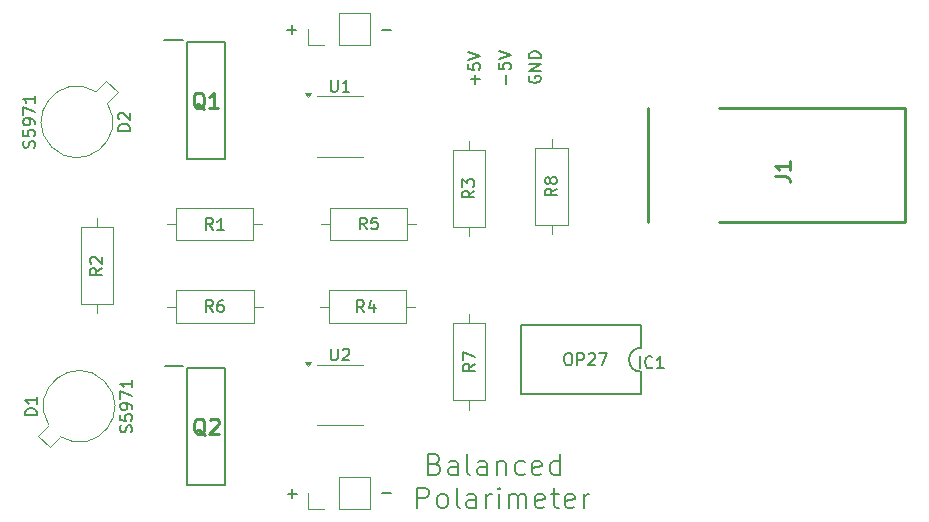
<source format=gbr>
%TF.GenerationSoftware,KiCad,Pcbnew,8.0.8*%
%TF.CreationDate,2025-02-27T22:51:06-05:00*%
%TF.ProjectId,Balanced Polarimeter,42616c61-6e63-4656-9420-506f6c617269,rev?*%
%TF.SameCoordinates,Original*%
%TF.FileFunction,Legend,Top*%
%TF.FilePolarity,Positive*%
%FSLAX46Y46*%
G04 Gerber Fmt 4.6, Leading zero omitted, Abs format (unit mm)*
G04 Created by KiCad (PCBNEW 8.0.8) date 2025-02-27 22:51:06*
%MOMM*%
%LPD*%
G01*
G04 APERTURE LIST*
%ADD10C,0.150000*%
%ADD11C,0.200000*%
%ADD12C,0.254000*%
%ADD13C,0.120000*%
%ADD14C,0.152400*%
G04 APERTURE END LIST*
D10*
X156119048Y-65073866D02*
X156880953Y-65073866D01*
X168615638Y-68986304D02*
X168568019Y-69081542D01*
X168568019Y-69081542D02*
X168568019Y-69224399D01*
X168568019Y-69224399D02*
X168615638Y-69367256D01*
X168615638Y-69367256D02*
X168710876Y-69462494D01*
X168710876Y-69462494D02*
X168806114Y-69510113D01*
X168806114Y-69510113D02*
X168996590Y-69557732D01*
X168996590Y-69557732D02*
X169139447Y-69557732D01*
X169139447Y-69557732D02*
X169329923Y-69510113D01*
X169329923Y-69510113D02*
X169425161Y-69462494D01*
X169425161Y-69462494D02*
X169520400Y-69367256D01*
X169520400Y-69367256D02*
X169568019Y-69224399D01*
X169568019Y-69224399D02*
X169568019Y-69129161D01*
X169568019Y-69129161D02*
X169520400Y-68986304D01*
X169520400Y-68986304D02*
X169472780Y-68938685D01*
X169472780Y-68938685D02*
X169139447Y-68938685D01*
X169139447Y-68938685D02*
X169139447Y-69129161D01*
X169568019Y-68510113D02*
X168568019Y-68510113D01*
X168568019Y-68510113D02*
X169568019Y-67938685D01*
X169568019Y-67938685D02*
X168568019Y-67938685D01*
X169568019Y-67462494D02*
X168568019Y-67462494D01*
X168568019Y-67462494D02*
X168568019Y-67224399D01*
X168568019Y-67224399D02*
X168615638Y-67081542D01*
X168615638Y-67081542D02*
X168710876Y-66986304D01*
X168710876Y-66986304D02*
X168806114Y-66938685D01*
X168806114Y-66938685D02*
X168996590Y-66891066D01*
X168996590Y-66891066D02*
X169139447Y-66891066D01*
X169139447Y-66891066D02*
X169329923Y-66938685D01*
X169329923Y-66938685D02*
X169425161Y-66986304D01*
X169425161Y-66986304D02*
X169520400Y-67081542D01*
X169520400Y-67081542D02*
X169568019Y-67224399D01*
X169568019Y-67224399D02*
X169568019Y-67462494D01*
D11*
X160627134Y-101832365D02*
X160877134Y-101915699D01*
X160877134Y-101915699D02*
X160960467Y-101999032D01*
X160960467Y-101999032D02*
X161043800Y-102165699D01*
X161043800Y-102165699D02*
X161043800Y-102415699D01*
X161043800Y-102415699D02*
X160960467Y-102582365D01*
X160960467Y-102582365D02*
X160877134Y-102665699D01*
X160877134Y-102665699D02*
X160710467Y-102749032D01*
X160710467Y-102749032D02*
X160043800Y-102749032D01*
X160043800Y-102749032D02*
X160043800Y-100999032D01*
X160043800Y-100999032D02*
X160627134Y-100999032D01*
X160627134Y-100999032D02*
X160793800Y-101082365D01*
X160793800Y-101082365D02*
X160877134Y-101165699D01*
X160877134Y-101165699D02*
X160960467Y-101332365D01*
X160960467Y-101332365D02*
X160960467Y-101499032D01*
X160960467Y-101499032D02*
X160877134Y-101665699D01*
X160877134Y-101665699D02*
X160793800Y-101749032D01*
X160793800Y-101749032D02*
X160627134Y-101832365D01*
X160627134Y-101832365D02*
X160043800Y-101832365D01*
X162543800Y-102749032D02*
X162543800Y-101832365D01*
X162543800Y-101832365D02*
X162460467Y-101665699D01*
X162460467Y-101665699D02*
X162293800Y-101582365D01*
X162293800Y-101582365D02*
X161960467Y-101582365D01*
X161960467Y-101582365D02*
X161793800Y-101665699D01*
X162543800Y-102665699D02*
X162377134Y-102749032D01*
X162377134Y-102749032D02*
X161960467Y-102749032D01*
X161960467Y-102749032D02*
X161793800Y-102665699D01*
X161793800Y-102665699D02*
X161710467Y-102499032D01*
X161710467Y-102499032D02*
X161710467Y-102332365D01*
X161710467Y-102332365D02*
X161793800Y-102165699D01*
X161793800Y-102165699D02*
X161960467Y-102082365D01*
X161960467Y-102082365D02*
X162377134Y-102082365D01*
X162377134Y-102082365D02*
X162543800Y-101999032D01*
X163627133Y-102749032D02*
X163460467Y-102665699D01*
X163460467Y-102665699D02*
X163377133Y-102499032D01*
X163377133Y-102499032D02*
X163377133Y-100999032D01*
X165043800Y-102749032D02*
X165043800Y-101832365D01*
X165043800Y-101832365D02*
X164960467Y-101665699D01*
X164960467Y-101665699D02*
X164793800Y-101582365D01*
X164793800Y-101582365D02*
X164460467Y-101582365D01*
X164460467Y-101582365D02*
X164293800Y-101665699D01*
X165043800Y-102665699D02*
X164877134Y-102749032D01*
X164877134Y-102749032D02*
X164460467Y-102749032D01*
X164460467Y-102749032D02*
X164293800Y-102665699D01*
X164293800Y-102665699D02*
X164210467Y-102499032D01*
X164210467Y-102499032D02*
X164210467Y-102332365D01*
X164210467Y-102332365D02*
X164293800Y-102165699D01*
X164293800Y-102165699D02*
X164460467Y-102082365D01*
X164460467Y-102082365D02*
X164877134Y-102082365D01*
X164877134Y-102082365D02*
X165043800Y-101999032D01*
X165877133Y-101582365D02*
X165877133Y-102749032D01*
X165877133Y-101749032D02*
X165960467Y-101665699D01*
X165960467Y-101665699D02*
X166127133Y-101582365D01*
X166127133Y-101582365D02*
X166377133Y-101582365D01*
X166377133Y-101582365D02*
X166543800Y-101665699D01*
X166543800Y-101665699D02*
X166627133Y-101832365D01*
X166627133Y-101832365D02*
X166627133Y-102749032D01*
X168210466Y-102665699D02*
X168043800Y-102749032D01*
X168043800Y-102749032D02*
X167710466Y-102749032D01*
X167710466Y-102749032D02*
X167543800Y-102665699D01*
X167543800Y-102665699D02*
X167460466Y-102582365D01*
X167460466Y-102582365D02*
X167377133Y-102415699D01*
X167377133Y-102415699D02*
X167377133Y-101915699D01*
X167377133Y-101915699D02*
X167460466Y-101749032D01*
X167460466Y-101749032D02*
X167543800Y-101665699D01*
X167543800Y-101665699D02*
X167710466Y-101582365D01*
X167710466Y-101582365D02*
X168043800Y-101582365D01*
X168043800Y-101582365D02*
X168210466Y-101665699D01*
X169627133Y-102665699D02*
X169460466Y-102749032D01*
X169460466Y-102749032D02*
X169127133Y-102749032D01*
X169127133Y-102749032D02*
X168960466Y-102665699D01*
X168960466Y-102665699D02*
X168877133Y-102499032D01*
X168877133Y-102499032D02*
X168877133Y-101832365D01*
X168877133Y-101832365D02*
X168960466Y-101665699D01*
X168960466Y-101665699D02*
X169127133Y-101582365D01*
X169127133Y-101582365D02*
X169460466Y-101582365D01*
X169460466Y-101582365D02*
X169627133Y-101665699D01*
X169627133Y-101665699D02*
X169710466Y-101832365D01*
X169710466Y-101832365D02*
X169710466Y-101999032D01*
X169710466Y-101999032D02*
X168877133Y-102165699D01*
X171210466Y-102749032D02*
X171210466Y-100999032D01*
X171210466Y-102665699D02*
X171043800Y-102749032D01*
X171043800Y-102749032D02*
X170710466Y-102749032D01*
X170710466Y-102749032D02*
X170543800Y-102665699D01*
X170543800Y-102665699D02*
X170460466Y-102582365D01*
X170460466Y-102582365D02*
X170377133Y-102415699D01*
X170377133Y-102415699D02*
X170377133Y-101915699D01*
X170377133Y-101915699D02*
X170460466Y-101749032D01*
X170460466Y-101749032D02*
X170543800Y-101665699D01*
X170543800Y-101665699D02*
X170710466Y-101582365D01*
X170710466Y-101582365D02*
X171043800Y-101582365D01*
X171043800Y-101582365D02*
X171210466Y-101665699D01*
X159127134Y-105566434D02*
X159127134Y-103816434D01*
X159127134Y-103816434D02*
X159793801Y-103816434D01*
X159793801Y-103816434D02*
X159960468Y-103899767D01*
X159960468Y-103899767D02*
X160043801Y-103983101D01*
X160043801Y-103983101D02*
X160127134Y-104149767D01*
X160127134Y-104149767D02*
X160127134Y-104399767D01*
X160127134Y-104399767D02*
X160043801Y-104566434D01*
X160043801Y-104566434D02*
X159960468Y-104649767D01*
X159960468Y-104649767D02*
X159793801Y-104733101D01*
X159793801Y-104733101D02*
X159127134Y-104733101D01*
X161127134Y-105566434D02*
X160960468Y-105483101D01*
X160960468Y-105483101D02*
X160877134Y-105399767D01*
X160877134Y-105399767D02*
X160793801Y-105233101D01*
X160793801Y-105233101D02*
X160793801Y-104733101D01*
X160793801Y-104733101D02*
X160877134Y-104566434D01*
X160877134Y-104566434D02*
X160960468Y-104483101D01*
X160960468Y-104483101D02*
X161127134Y-104399767D01*
X161127134Y-104399767D02*
X161377134Y-104399767D01*
X161377134Y-104399767D02*
X161543801Y-104483101D01*
X161543801Y-104483101D02*
X161627134Y-104566434D01*
X161627134Y-104566434D02*
X161710468Y-104733101D01*
X161710468Y-104733101D02*
X161710468Y-105233101D01*
X161710468Y-105233101D02*
X161627134Y-105399767D01*
X161627134Y-105399767D02*
X161543801Y-105483101D01*
X161543801Y-105483101D02*
X161377134Y-105566434D01*
X161377134Y-105566434D02*
X161127134Y-105566434D01*
X162710467Y-105566434D02*
X162543801Y-105483101D01*
X162543801Y-105483101D02*
X162460467Y-105316434D01*
X162460467Y-105316434D02*
X162460467Y-103816434D01*
X164127134Y-105566434D02*
X164127134Y-104649767D01*
X164127134Y-104649767D02*
X164043801Y-104483101D01*
X164043801Y-104483101D02*
X163877134Y-104399767D01*
X163877134Y-104399767D02*
X163543801Y-104399767D01*
X163543801Y-104399767D02*
X163377134Y-104483101D01*
X164127134Y-105483101D02*
X163960468Y-105566434D01*
X163960468Y-105566434D02*
X163543801Y-105566434D01*
X163543801Y-105566434D02*
X163377134Y-105483101D01*
X163377134Y-105483101D02*
X163293801Y-105316434D01*
X163293801Y-105316434D02*
X163293801Y-105149767D01*
X163293801Y-105149767D02*
X163377134Y-104983101D01*
X163377134Y-104983101D02*
X163543801Y-104899767D01*
X163543801Y-104899767D02*
X163960468Y-104899767D01*
X163960468Y-104899767D02*
X164127134Y-104816434D01*
X164960467Y-105566434D02*
X164960467Y-104399767D01*
X164960467Y-104733101D02*
X165043801Y-104566434D01*
X165043801Y-104566434D02*
X165127134Y-104483101D01*
X165127134Y-104483101D02*
X165293801Y-104399767D01*
X165293801Y-104399767D02*
X165460467Y-104399767D01*
X166043800Y-105566434D02*
X166043800Y-104399767D01*
X166043800Y-103816434D02*
X165960467Y-103899767D01*
X165960467Y-103899767D02*
X166043800Y-103983101D01*
X166043800Y-103983101D02*
X166127134Y-103899767D01*
X166127134Y-103899767D02*
X166043800Y-103816434D01*
X166043800Y-103816434D02*
X166043800Y-103983101D01*
X166877133Y-105566434D02*
X166877133Y-104399767D01*
X166877133Y-104566434D02*
X166960467Y-104483101D01*
X166960467Y-104483101D02*
X167127133Y-104399767D01*
X167127133Y-104399767D02*
X167377133Y-104399767D01*
X167377133Y-104399767D02*
X167543800Y-104483101D01*
X167543800Y-104483101D02*
X167627133Y-104649767D01*
X167627133Y-104649767D02*
X167627133Y-105566434D01*
X167627133Y-104649767D02*
X167710467Y-104483101D01*
X167710467Y-104483101D02*
X167877133Y-104399767D01*
X167877133Y-104399767D02*
X168127133Y-104399767D01*
X168127133Y-104399767D02*
X168293800Y-104483101D01*
X168293800Y-104483101D02*
X168377133Y-104649767D01*
X168377133Y-104649767D02*
X168377133Y-105566434D01*
X169877133Y-105483101D02*
X169710466Y-105566434D01*
X169710466Y-105566434D02*
X169377133Y-105566434D01*
X169377133Y-105566434D02*
X169210466Y-105483101D01*
X169210466Y-105483101D02*
X169127133Y-105316434D01*
X169127133Y-105316434D02*
X169127133Y-104649767D01*
X169127133Y-104649767D02*
X169210466Y-104483101D01*
X169210466Y-104483101D02*
X169377133Y-104399767D01*
X169377133Y-104399767D02*
X169710466Y-104399767D01*
X169710466Y-104399767D02*
X169877133Y-104483101D01*
X169877133Y-104483101D02*
X169960466Y-104649767D01*
X169960466Y-104649767D02*
X169960466Y-104816434D01*
X169960466Y-104816434D02*
X169127133Y-104983101D01*
X170460466Y-104399767D02*
X171127133Y-104399767D01*
X170710466Y-103816434D02*
X170710466Y-105316434D01*
X170710466Y-105316434D02*
X170793800Y-105483101D01*
X170793800Y-105483101D02*
X170960466Y-105566434D01*
X170960466Y-105566434D02*
X171127133Y-105566434D01*
X172377133Y-105483101D02*
X172210466Y-105566434D01*
X172210466Y-105566434D02*
X171877133Y-105566434D01*
X171877133Y-105566434D02*
X171710466Y-105483101D01*
X171710466Y-105483101D02*
X171627133Y-105316434D01*
X171627133Y-105316434D02*
X171627133Y-104649767D01*
X171627133Y-104649767D02*
X171710466Y-104483101D01*
X171710466Y-104483101D02*
X171877133Y-104399767D01*
X171877133Y-104399767D02*
X172210466Y-104399767D01*
X172210466Y-104399767D02*
X172377133Y-104483101D01*
X172377133Y-104483101D02*
X172460466Y-104649767D01*
X172460466Y-104649767D02*
X172460466Y-104816434D01*
X172460466Y-104816434D02*
X171627133Y-104983101D01*
X173210466Y-105566434D02*
X173210466Y-104399767D01*
X173210466Y-104733101D02*
X173293800Y-104566434D01*
X173293800Y-104566434D02*
X173377133Y-104483101D01*
X173377133Y-104483101D02*
X173543800Y-104399767D01*
X173543800Y-104399767D02*
X173710466Y-104399767D01*
D10*
X166647066Y-69611713D02*
X166647066Y-68849809D01*
X166028019Y-67897428D02*
X166028019Y-68373618D01*
X166028019Y-68373618D02*
X166504209Y-68421237D01*
X166504209Y-68421237D02*
X166456590Y-68373618D01*
X166456590Y-68373618D02*
X166408971Y-68278380D01*
X166408971Y-68278380D02*
X166408971Y-68040285D01*
X166408971Y-68040285D02*
X166456590Y-67945047D01*
X166456590Y-67945047D02*
X166504209Y-67897428D01*
X166504209Y-67897428D02*
X166599447Y-67849809D01*
X166599447Y-67849809D02*
X166837542Y-67849809D01*
X166837542Y-67849809D02*
X166932780Y-67897428D01*
X166932780Y-67897428D02*
X166980400Y-67945047D01*
X166980400Y-67945047D02*
X167028019Y-68040285D01*
X167028019Y-68040285D02*
X167028019Y-68278380D01*
X167028019Y-68278380D02*
X166980400Y-68373618D01*
X166980400Y-68373618D02*
X166932780Y-68421237D01*
X166028019Y-67564094D02*
X167028019Y-67230761D01*
X167028019Y-67230761D02*
X166028019Y-66897428D01*
X148183648Y-104340866D02*
X148945553Y-104340866D01*
X148564600Y-104721819D02*
X148564600Y-103959914D01*
X164056266Y-69637113D02*
X164056266Y-68875209D01*
X164437219Y-69256161D02*
X163675314Y-69256161D01*
X163437219Y-67922828D02*
X163437219Y-68399018D01*
X163437219Y-68399018D02*
X163913409Y-68446637D01*
X163913409Y-68446637D02*
X163865790Y-68399018D01*
X163865790Y-68399018D02*
X163818171Y-68303780D01*
X163818171Y-68303780D02*
X163818171Y-68065685D01*
X163818171Y-68065685D02*
X163865790Y-67970447D01*
X163865790Y-67970447D02*
X163913409Y-67922828D01*
X163913409Y-67922828D02*
X164008647Y-67875209D01*
X164008647Y-67875209D02*
X164246742Y-67875209D01*
X164246742Y-67875209D02*
X164341980Y-67922828D01*
X164341980Y-67922828D02*
X164389600Y-67970447D01*
X164389600Y-67970447D02*
X164437219Y-68065685D01*
X164437219Y-68065685D02*
X164437219Y-68303780D01*
X164437219Y-68303780D02*
X164389600Y-68399018D01*
X164389600Y-68399018D02*
X164341980Y-68446637D01*
X163437219Y-67589494D02*
X164437219Y-67256161D01*
X164437219Y-67256161D02*
X163437219Y-66922828D01*
X156159248Y-104290066D02*
X156921153Y-104290066D01*
X148119048Y-65073866D02*
X148880953Y-65073866D01*
X148500000Y-65454819D02*
X148500000Y-64692914D01*
X170965019Y-78500266D02*
X170488828Y-78833599D01*
X170965019Y-79071694D02*
X169965019Y-79071694D01*
X169965019Y-79071694D02*
X169965019Y-78690742D01*
X169965019Y-78690742D02*
X170012638Y-78595504D01*
X170012638Y-78595504D02*
X170060257Y-78547885D01*
X170060257Y-78547885D02*
X170155495Y-78500266D01*
X170155495Y-78500266D02*
X170298352Y-78500266D01*
X170298352Y-78500266D02*
X170393590Y-78547885D01*
X170393590Y-78547885D02*
X170441209Y-78595504D01*
X170441209Y-78595504D02*
X170488828Y-78690742D01*
X170488828Y-78690742D02*
X170488828Y-79071694D01*
X170393590Y-77928837D02*
X170345971Y-78024075D01*
X170345971Y-78024075D02*
X170298352Y-78071694D01*
X170298352Y-78071694D02*
X170203114Y-78119313D01*
X170203114Y-78119313D02*
X170155495Y-78119313D01*
X170155495Y-78119313D02*
X170060257Y-78071694D01*
X170060257Y-78071694D02*
X170012638Y-78024075D01*
X170012638Y-78024075D02*
X169965019Y-77928837D01*
X169965019Y-77928837D02*
X169965019Y-77738361D01*
X169965019Y-77738361D02*
X170012638Y-77643123D01*
X170012638Y-77643123D02*
X170060257Y-77595504D01*
X170060257Y-77595504D02*
X170155495Y-77547885D01*
X170155495Y-77547885D02*
X170203114Y-77547885D01*
X170203114Y-77547885D02*
X170298352Y-77595504D01*
X170298352Y-77595504D02*
X170345971Y-77643123D01*
X170345971Y-77643123D02*
X170393590Y-77738361D01*
X170393590Y-77738361D02*
X170393590Y-77928837D01*
X170393590Y-77928837D02*
X170441209Y-78024075D01*
X170441209Y-78024075D02*
X170488828Y-78071694D01*
X170488828Y-78071694D02*
X170584066Y-78119313D01*
X170584066Y-78119313D02*
X170774542Y-78119313D01*
X170774542Y-78119313D02*
X170869780Y-78071694D01*
X170869780Y-78071694D02*
X170917400Y-78024075D01*
X170917400Y-78024075D02*
X170965019Y-77928837D01*
X170965019Y-77928837D02*
X170965019Y-77738361D01*
X170965019Y-77738361D02*
X170917400Y-77643123D01*
X170917400Y-77643123D02*
X170869780Y-77595504D01*
X170869780Y-77595504D02*
X170774542Y-77547885D01*
X170774542Y-77547885D02*
X170584066Y-77547885D01*
X170584066Y-77547885D02*
X170488828Y-77595504D01*
X170488828Y-77595504D02*
X170441209Y-77643123D01*
X170441209Y-77643123D02*
X170393590Y-77738361D01*
X163954619Y-78678066D02*
X163478428Y-79011399D01*
X163954619Y-79249494D02*
X162954619Y-79249494D01*
X162954619Y-79249494D02*
X162954619Y-78868542D01*
X162954619Y-78868542D02*
X163002238Y-78773304D01*
X163002238Y-78773304D02*
X163049857Y-78725685D01*
X163049857Y-78725685D02*
X163145095Y-78678066D01*
X163145095Y-78678066D02*
X163287952Y-78678066D01*
X163287952Y-78678066D02*
X163383190Y-78725685D01*
X163383190Y-78725685D02*
X163430809Y-78773304D01*
X163430809Y-78773304D02*
X163478428Y-78868542D01*
X163478428Y-78868542D02*
X163478428Y-79249494D01*
X162954619Y-78344732D02*
X162954619Y-77725685D01*
X162954619Y-77725685D02*
X163335571Y-78059018D01*
X163335571Y-78059018D02*
X163335571Y-77916161D01*
X163335571Y-77916161D02*
X163383190Y-77820923D01*
X163383190Y-77820923D02*
X163430809Y-77773304D01*
X163430809Y-77773304D02*
X163526047Y-77725685D01*
X163526047Y-77725685D02*
X163764142Y-77725685D01*
X163764142Y-77725685D02*
X163859380Y-77773304D01*
X163859380Y-77773304D02*
X163907000Y-77820923D01*
X163907000Y-77820923D02*
X163954619Y-77916161D01*
X163954619Y-77916161D02*
X163954619Y-78201875D01*
X163954619Y-78201875D02*
X163907000Y-78297113D01*
X163907000Y-78297113D02*
X163859380Y-78344732D01*
X164005419Y-93337966D02*
X163529228Y-93671299D01*
X164005419Y-93909394D02*
X163005419Y-93909394D01*
X163005419Y-93909394D02*
X163005419Y-93528442D01*
X163005419Y-93528442D02*
X163053038Y-93433204D01*
X163053038Y-93433204D02*
X163100657Y-93385585D01*
X163100657Y-93385585D02*
X163195895Y-93337966D01*
X163195895Y-93337966D02*
X163338752Y-93337966D01*
X163338752Y-93337966D02*
X163433990Y-93385585D01*
X163433990Y-93385585D02*
X163481609Y-93433204D01*
X163481609Y-93433204D02*
X163529228Y-93528442D01*
X163529228Y-93528442D02*
X163529228Y-93909394D01*
X163005419Y-93004632D02*
X163005419Y-92337966D01*
X163005419Y-92337966D02*
X164005419Y-92766537D01*
X151808095Y-69304819D02*
X151808095Y-70114342D01*
X151808095Y-70114342D02*
X151855714Y-70209580D01*
X151855714Y-70209580D02*
X151903333Y-70257200D01*
X151903333Y-70257200D02*
X151998571Y-70304819D01*
X151998571Y-70304819D02*
X152189047Y-70304819D01*
X152189047Y-70304819D02*
X152284285Y-70257200D01*
X152284285Y-70257200D02*
X152331904Y-70209580D01*
X152331904Y-70209580D02*
X152379523Y-70114342D01*
X152379523Y-70114342D02*
X152379523Y-69304819D01*
X153379523Y-70304819D02*
X152808095Y-70304819D01*
X153093809Y-70304819D02*
X153093809Y-69304819D01*
X153093809Y-69304819D02*
X152998571Y-69447676D01*
X152998571Y-69447676D02*
X152903333Y-69542914D01*
X152903333Y-69542914D02*
X152808095Y-69590533D01*
X132433219Y-85231266D02*
X131957028Y-85564599D01*
X132433219Y-85802694D02*
X131433219Y-85802694D01*
X131433219Y-85802694D02*
X131433219Y-85421742D01*
X131433219Y-85421742D02*
X131480838Y-85326504D01*
X131480838Y-85326504D02*
X131528457Y-85278885D01*
X131528457Y-85278885D02*
X131623695Y-85231266D01*
X131623695Y-85231266D02*
X131766552Y-85231266D01*
X131766552Y-85231266D02*
X131861790Y-85278885D01*
X131861790Y-85278885D02*
X131909409Y-85326504D01*
X131909409Y-85326504D02*
X131957028Y-85421742D01*
X131957028Y-85421742D02*
X131957028Y-85802694D01*
X131528457Y-84850313D02*
X131480838Y-84802694D01*
X131480838Y-84802694D02*
X131433219Y-84707456D01*
X131433219Y-84707456D02*
X131433219Y-84469361D01*
X131433219Y-84469361D02*
X131480838Y-84374123D01*
X131480838Y-84374123D02*
X131528457Y-84326504D01*
X131528457Y-84326504D02*
X131623695Y-84278885D01*
X131623695Y-84278885D02*
X131718933Y-84278885D01*
X131718933Y-84278885D02*
X131861790Y-84326504D01*
X131861790Y-84326504D02*
X132433219Y-84897932D01*
X132433219Y-84897932D02*
X132433219Y-84278885D01*
X154849533Y-81963419D02*
X154516200Y-81487228D01*
X154278105Y-81963419D02*
X154278105Y-80963419D01*
X154278105Y-80963419D02*
X154659057Y-80963419D01*
X154659057Y-80963419D02*
X154754295Y-81011038D01*
X154754295Y-81011038D02*
X154801914Y-81058657D01*
X154801914Y-81058657D02*
X154849533Y-81153895D01*
X154849533Y-81153895D02*
X154849533Y-81296752D01*
X154849533Y-81296752D02*
X154801914Y-81391990D01*
X154801914Y-81391990D02*
X154754295Y-81439609D01*
X154754295Y-81439609D02*
X154659057Y-81487228D01*
X154659057Y-81487228D02*
X154278105Y-81487228D01*
X155754295Y-80963419D02*
X155278105Y-80963419D01*
X155278105Y-80963419D02*
X155230486Y-81439609D01*
X155230486Y-81439609D02*
X155278105Y-81391990D01*
X155278105Y-81391990D02*
X155373343Y-81344371D01*
X155373343Y-81344371D02*
X155611438Y-81344371D01*
X155611438Y-81344371D02*
X155706676Y-81391990D01*
X155706676Y-81391990D02*
X155754295Y-81439609D01*
X155754295Y-81439609D02*
X155801914Y-81534847D01*
X155801914Y-81534847D02*
X155801914Y-81772942D01*
X155801914Y-81772942D02*
X155754295Y-81868180D01*
X155754295Y-81868180D02*
X155706676Y-81915800D01*
X155706676Y-81915800D02*
X155611438Y-81963419D01*
X155611438Y-81963419D02*
X155373343Y-81963419D01*
X155373343Y-81963419D02*
X155278105Y-81915800D01*
X155278105Y-81915800D02*
X155230486Y-81868180D01*
D12*
X189387258Y-77469552D02*
X190294401Y-77469552D01*
X190294401Y-77469552D02*
X190475829Y-77530029D01*
X190475829Y-77530029D02*
X190596782Y-77650981D01*
X190596782Y-77650981D02*
X190657258Y-77832410D01*
X190657258Y-77832410D02*
X190657258Y-77953362D01*
X190657258Y-76199552D02*
X190657258Y-76925267D01*
X190657258Y-76562410D02*
X189387258Y-76562410D01*
X189387258Y-76562410D02*
X189568686Y-76683362D01*
X189568686Y-76683362D02*
X189689639Y-76804314D01*
X189689639Y-76804314D02*
X189750115Y-76925267D01*
D10*
X126934819Y-97679394D02*
X125934819Y-97679394D01*
X125934819Y-97679394D02*
X125934819Y-97441299D01*
X125934819Y-97441299D02*
X125982438Y-97298442D01*
X125982438Y-97298442D02*
X126077676Y-97203204D01*
X126077676Y-97203204D02*
X126172914Y-97155585D01*
X126172914Y-97155585D02*
X126363390Y-97107966D01*
X126363390Y-97107966D02*
X126506247Y-97107966D01*
X126506247Y-97107966D02*
X126696723Y-97155585D01*
X126696723Y-97155585D02*
X126791961Y-97203204D01*
X126791961Y-97203204D02*
X126887200Y-97298442D01*
X126887200Y-97298442D02*
X126934819Y-97441299D01*
X126934819Y-97441299D02*
X126934819Y-97679394D01*
X126934819Y-96155585D02*
X126934819Y-96727013D01*
X126934819Y-96441299D02*
X125934819Y-96441299D01*
X125934819Y-96441299D02*
X126077676Y-96536537D01*
X126077676Y-96536537D02*
X126172914Y-96631775D01*
X126172914Y-96631775D02*
X126220533Y-96727013D01*
X134927200Y-99131775D02*
X134974819Y-98988918D01*
X134974819Y-98988918D02*
X134974819Y-98750823D01*
X134974819Y-98750823D02*
X134927200Y-98655585D01*
X134927200Y-98655585D02*
X134879580Y-98607966D01*
X134879580Y-98607966D02*
X134784342Y-98560347D01*
X134784342Y-98560347D02*
X134689104Y-98560347D01*
X134689104Y-98560347D02*
X134593866Y-98607966D01*
X134593866Y-98607966D02*
X134546247Y-98655585D01*
X134546247Y-98655585D02*
X134498628Y-98750823D01*
X134498628Y-98750823D02*
X134451009Y-98941299D01*
X134451009Y-98941299D02*
X134403390Y-99036537D01*
X134403390Y-99036537D02*
X134355771Y-99084156D01*
X134355771Y-99084156D02*
X134260533Y-99131775D01*
X134260533Y-99131775D02*
X134165295Y-99131775D01*
X134165295Y-99131775D02*
X134070057Y-99084156D01*
X134070057Y-99084156D02*
X134022438Y-99036537D01*
X134022438Y-99036537D02*
X133974819Y-98941299D01*
X133974819Y-98941299D02*
X133974819Y-98703204D01*
X133974819Y-98703204D02*
X134022438Y-98560347D01*
X133974819Y-97655585D02*
X133974819Y-98131775D01*
X133974819Y-98131775D02*
X134451009Y-98179394D01*
X134451009Y-98179394D02*
X134403390Y-98131775D01*
X134403390Y-98131775D02*
X134355771Y-98036537D01*
X134355771Y-98036537D02*
X134355771Y-97798442D01*
X134355771Y-97798442D02*
X134403390Y-97703204D01*
X134403390Y-97703204D02*
X134451009Y-97655585D01*
X134451009Y-97655585D02*
X134546247Y-97607966D01*
X134546247Y-97607966D02*
X134784342Y-97607966D01*
X134784342Y-97607966D02*
X134879580Y-97655585D01*
X134879580Y-97655585D02*
X134927200Y-97703204D01*
X134927200Y-97703204D02*
X134974819Y-97798442D01*
X134974819Y-97798442D02*
X134974819Y-98036537D01*
X134974819Y-98036537D02*
X134927200Y-98131775D01*
X134927200Y-98131775D02*
X134879580Y-98179394D01*
X134974819Y-97131775D02*
X134974819Y-96941299D01*
X134974819Y-96941299D02*
X134927200Y-96846061D01*
X134927200Y-96846061D02*
X134879580Y-96798442D01*
X134879580Y-96798442D02*
X134736723Y-96703204D01*
X134736723Y-96703204D02*
X134546247Y-96655585D01*
X134546247Y-96655585D02*
X134165295Y-96655585D01*
X134165295Y-96655585D02*
X134070057Y-96703204D01*
X134070057Y-96703204D02*
X134022438Y-96750823D01*
X134022438Y-96750823D02*
X133974819Y-96846061D01*
X133974819Y-96846061D02*
X133974819Y-97036537D01*
X133974819Y-97036537D02*
X134022438Y-97131775D01*
X134022438Y-97131775D02*
X134070057Y-97179394D01*
X134070057Y-97179394D02*
X134165295Y-97227013D01*
X134165295Y-97227013D02*
X134403390Y-97227013D01*
X134403390Y-97227013D02*
X134498628Y-97179394D01*
X134498628Y-97179394D02*
X134546247Y-97131775D01*
X134546247Y-97131775D02*
X134593866Y-97036537D01*
X134593866Y-97036537D02*
X134593866Y-96846061D01*
X134593866Y-96846061D02*
X134546247Y-96750823D01*
X134546247Y-96750823D02*
X134498628Y-96703204D01*
X134498628Y-96703204D02*
X134403390Y-96655585D01*
X133974819Y-96322251D02*
X133974819Y-95655585D01*
X133974819Y-95655585D02*
X134974819Y-96084156D01*
X134974819Y-94750823D02*
X134974819Y-95322251D01*
X134974819Y-95036537D02*
X133974819Y-95036537D01*
X133974819Y-95036537D02*
X134117676Y-95131775D01*
X134117676Y-95131775D02*
X134212914Y-95227013D01*
X134212914Y-95227013D02*
X134260533Y-95322251D01*
X126934819Y-97679394D02*
X125934819Y-97679394D01*
X125934819Y-97679394D02*
X125934819Y-97441299D01*
X125934819Y-97441299D02*
X125982438Y-97298442D01*
X125982438Y-97298442D02*
X126077676Y-97203204D01*
X126077676Y-97203204D02*
X126172914Y-97155585D01*
X126172914Y-97155585D02*
X126363390Y-97107966D01*
X126363390Y-97107966D02*
X126506247Y-97107966D01*
X126506247Y-97107966D02*
X126696723Y-97155585D01*
X126696723Y-97155585D02*
X126791961Y-97203204D01*
X126791961Y-97203204D02*
X126887200Y-97298442D01*
X126887200Y-97298442D02*
X126934819Y-97441299D01*
X126934819Y-97441299D02*
X126934819Y-97679394D01*
X126934819Y-96155585D02*
X126934819Y-96727013D01*
X126934819Y-96441299D02*
X125934819Y-96441299D01*
X125934819Y-96441299D02*
X126077676Y-96536537D01*
X126077676Y-96536537D02*
X126172914Y-96631775D01*
X126172914Y-96631775D02*
X126220533Y-96727013D01*
D12*
X141104047Y-71771570D02*
X140983095Y-71711094D01*
X140983095Y-71711094D02*
X140862142Y-71590142D01*
X140862142Y-71590142D02*
X140680714Y-71408713D01*
X140680714Y-71408713D02*
X140559761Y-71348237D01*
X140559761Y-71348237D02*
X140438809Y-71348237D01*
X140499285Y-71650618D02*
X140378333Y-71590142D01*
X140378333Y-71590142D02*
X140257380Y-71469189D01*
X140257380Y-71469189D02*
X140196904Y-71227284D01*
X140196904Y-71227284D02*
X140196904Y-70803951D01*
X140196904Y-70803951D02*
X140257380Y-70562046D01*
X140257380Y-70562046D02*
X140378333Y-70441094D01*
X140378333Y-70441094D02*
X140499285Y-70380618D01*
X140499285Y-70380618D02*
X140741190Y-70380618D01*
X140741190Y-70380618D02*
X140862142Y-70441094D01*
X140862142Y-70441094D02*
X140983095Y-70562046D01*
X140983095Y-70562046D02*
X141043571Y-70803951D01*
X141043571Y-70803951D02*
X141043571Y-71227284D01*
X141043571Y-71227284D02*
X140983095Y-71469189D01*
X140983095Y-71469189D02*
X140862142Y-71590142D01*
X140862142Y-71590142D02*
X140741190Y-71650618D01*
X140741190Y-71650618D02*
X140499285Y-71650618D01*
X142253095Y-71650618D02*
X141527380Y-71650618D01*
X141890237Y-71650618D02*
X141890237Y-70380618D01*
X141890237Y-70380618D02*
X141769285Y-70562046D01*
X141769285Y-70562046D02*
X141648333Y-70682999D01*
X141648333Y-70682999D02*
X141527380Y-70743475D01*
X141104047Y-71771570D02*
X140983095Y-71711094D01*
X140983095Y-71711094D02*
X140862142Y-71590142D01*
X140862142Y-71590142D02*
X140680714Y-71408713D01*
X140680714Y-71408713D02*
X140559761Y-71348237D01*
X140559761Y-71348237D02*
X140438809Y-71348237D01*
X140499285Y-71650618D02*
X140378333Y-71590142D01*
X140378333Y-71590142D02*
X140257380Y-71469189D01*
X140257380Y-71469189D02*
X140196904Y-71227284D01*
X140196904Y-71227284D02*
X140196904Y-70803951D01*
X140196904Y-70803951D02*
X140257380Y-70562046D01*
X140257380Y-70562046D02*
X140378333Y-70441094D01*
X140378333Y-70441094D02*
X140499285Y-70380618D01*
X140499285Y-70380618D02*
X140741190Y-70380618D01*
X140741190Y-70380618D02*
X140862142Y-70441094D01*
X140862142Y-70441094D02*
X140983095Y-70562046D01*
X140983095Y-70562046D02*
X141043571Y-70803951D01*
X141043571Y-70803951D02*
X141043571Y-71227284D01*
X141043571Y-71227284D02*
X140983095Y-71469189D01*
X140983095Y-71469189D02*
X140862142Y-71590142D01*
X140862142Y-71590142D02*
X140741190Y-71650618D01*
X140741190Y-71650618D02*
X140499285Y-71650618D01*
X142253095Y-71650618D02*
X141527380Y-71650618D01*
X141890237Y-71650618D02*
X141890237Y-70380618D01*
X141890237Y-70380618D02*
X141769285Y-70562046D01*
X141769285Y-70562046D02*
X141648333Y-70682999D01*
X141648333Y-70682999D02*
X141527380Y-70743475D01*
X141154047Y-99366570D02*
X141033095Y-99306094D01*
X141033095Y-99306094D02*
X140912142Y-99185142D01*
X140912142Y-99185142D02*
X140730714Y-99003713D01*
X140730714Y-99003713D02*
X140609761Y-98943237D01*
X140609761Y-98943237D02*
X140488809Y-98943237D01*
X140549285Y-99245618D02*
X140428333Y-99185142D01*
X140428333Y-99185142D02*
X140307380Y-99064189D01*
X140307380Y-99064189D02*
X140246904Y-98822284D01*
X140246904Y-98822284D02*
X140246904Y-98398951D01*
X140246904Y-98398951D02*
X140307380Y-98157046D01*
X140307380Y-98157046D02*
X140428333Y-98036094D01*
X140428333Y-98036094D02*
X140549285Y-97975618D01*
X140549285Y-97975618D02*
X140791190Y-97975618D01*
X140791190Y-97975618D02*
X140912142Y-98036094D01*
X140912142Y-98036094D02*
X141033095Y-98157046D01*
X141033095Y-98157046D02*
X141093571Y-98398951D01*
X141093571Y-98398951D02*
X141093571Y-98822284D01*
X141093571Y-98822284D02*
X141033095Y-99064189D01*
X141033095Y-99064189D02*
X140912142Y-99185142D01*
X140912142Y-99185142D02*
X140791190Y-99245618D01*
X140791190Y-99245618D02*
X140549285Y-99245618D01*
X141577380Y-98096570D02*
X141637856Y-98036094D01*
X141637856Y-98036094D02*
X141758809Y-97975618D01*
X141758809Y-97975618D02*
X142061190Y-97975618D01*
X142061190Y-97975618D02*
X142182142Y-98036094D01*
X142182142Y-98036094D02*
X142242618Y-98096570D01*
X142242618Y-98096570D02*
X142303095Y-98217522D01*
X142303095Y-98217522D02*
X142303095Y-98338475D01*
X142303095Y-98338475D02*
X142242618Y-98519903D01*
X142242618Y-98519903D02*
X141516904Y-99245618D01*
X141516904Y-99245618D02*
X142303095Y-99245618D01*
X141154047Y-99366570D02*
X141033095Y-99306094D01*
X141033095Y-99306094D02*
X140912142Y-99185142D01*
X140912142Y-99185142D02*
X140730714Y-99003713D01*
X140730714Y-99003713D02*
X140609761Y-98943237D01*
X140609761Y-98943237D02*
X140488809Y-98943237D01*
X140549285Y-99245618D02*
X140428333Y-99185142D01*
X140428333Y-99185142D02*
X140307380Y-99064189D01*
X140307380Y-99064189D02*
X140246904Y-98822284D01*
X140246904Y-98822284D02*
X140246904Y-98398951D01*
X140246904Y-98398951D02*
X140307380Y-98157046D01*
X140307380Y-98157046D02*
X140428333Y-98036094D01*
X140428333Y-98036094D02*
X140549285Y-97975618D01*
X140549285Y-97975618D02*
X140791190Y-97975618D01*
X140791190Y-97975618D02*
X140912142Y-98036094D01*
X140912142Y-98036094D02*
X141033095Y-98157046D01*
X141033095Y-98157046D02*
X141093571Y-98398951D01*
X141093571Y-98398951D02*
X141093571Y-98822284D01*
X141093571Y-98822284D02*
X141033095Y-99064189D01*
X141033095Y-99064189D02*
X140912142Y-99185142D01*
X140912142Y-99185142D02*
X140791190Y-99245618D01*
X140791190Y-99245618D02*
X140549285Y-99245618D01*
X141577380Y-98096570D02*
X141637856Y-98036094D01*
X141637856Y-98036094D02*
X141758809Y-97975618D01*
X141758809Y-97975618D02*
X142061190Y-97975618D01*
X142061190Y-97975618D02*
X142182142Y-98036094D01*
X142182142Y-98036094D02*
X142242618Y-98096570D01*
X142242618Y-98096570D02*
X142303095Y-98217522D01*
X142303095Y-98217522D02*
X142303095Y-98338475D01*
X142303095Y-98338475D02*
X142242618Y-98519903D01*
X142242618Y-98519903D02*
X141516904Y-99245618D01*
X141516904Y-99245618D02*
X142303095Y-99245618D01*
D10*
X177992810Y-93708819D02*
X177992810Y-92708819D01*
X179040428Y-93613580D02*
X178992809Y-93661200D01*
X178992809Y-93661200D02*
X178849952Y-93708819D01*
X178849952Y-93708819D02*
X178754714Y-93708819D01*
X178754714Y-93708819D02*
X178611857Y-93661200D01*
X178611857Y-93661200D02*
X178516619Y-93565961D01*
X178516619Y-93565961D02*
X178469000Y-93470723D01*
X178469000Y-93470723D02*
X178421381Y-93280247D01*
X178421381Y-93280247D02*
X178421381Y-93137390D01*
X178421381Y-93137390D02*
X178469000Y-92946914D01*
X178469000Y-92946914D02*
X178516619Y-92851676D01*
X178516619Y-92851676D02*
X178611857Y-92756438D01*
X178611857Y-92756438D02*
X178754714Y-92708819D01*
X178754714Y-92708819D02*
X178849952Y-92708819D01*
X178849952Y-92708819D02*
X178992809Y-92756438D01*
X178992809Y-92756438D02*
X179040428Y-92804057D01*
X179992809Y-93708819D02*
X179421381Y-93708819D01*
X179707095Y-93708819D02*
X179707095Y-92708819D01*
X179707095Y-92708819D02*
X179611857Y-92851676D01*
X179611857Y-92851676D02*
X179516619Y-92946914D01*
X179516619Y-92946914D02*
X179421381Y-92994533D01*
X171833381Y-92454819D02*
X172023857Y-92454819D01*
X172023857Y-92454819D02*
X172119095Y-92502438D01*
X172119095Y-92502438D02*
X172214333Y-92597676D01*
X172214333Y-92597676D02*
X172261952Y-92788152D01*
X172261952Y-92788152D02*
X172261952Y-93121485D01*
X172261952Y-93121485D02*
X172214333Y-93311961D01*
X172214333Y-93311961D02*
X172119095Y-93407200D01*
X172119095Y-93407200D02*
X172023857Y-93454819D01*
X172023857Y-93454819D02*
X171833381Y-93454819D01*
X171833381Y-93454819D02*
X171738143Y-93407200D01*
X171738143Y-93407200D02*
X171642905Y-93311961D01*
X171642905Y-93311961D02*
X171595286Y-93121485D01*
X171595286Y-93121485D02*
X171595286Y-92788152D01*
X171595286Y-92788152D02*
X171642905Y-92597676D01*
X171642905Y-92597676D02*
X171738143Y-92502438D01*
X171738143Y-92502438D02*
X171833381Y-92454819D01*
X172690524Y-93454819D02*
X172690524Y-92454819D01*
X172690524Y-92454819D02*
X173071476Y-92454819D01*
X173071476Y-92454819D02*
X173166714Y-92502438D01*
X173166714Y-92502438D02*
X173214333Y-92550057D01*
X173214333Y-92550057D02*
X173261952Y-92645295D01*
X173261952Y-92645295D02*
X173261952Y-92788152D01*
X173261952Y-92788152D02*
X173214333Y-92883390D01*
X173214333Y-92883390D02*
X173166714Y-92931009D01*
X173166714Y-92931009D02*
X173071476Y-92978628D01*
X173071476Y-92978628D02*
X172690524Y-92978628D01*
X173642905Y-92550057D02*
X173690524Y-92502438D01*
X173690524Y-92502438D02*
X173785762Y-92454819D01*
X173785762Y-92454819D02*
X174023857Y-92454819D01*
X174023857Y-92454819D02*
X174119095Y-92502438D01*
X174119095Y-92502438D02*
X174166714Y-92550057D01*
X174166714Y-92550057D02*
X174214333Y-92645295D01*
X174214333Y-92645295D02*
X174214333Y-92740533D01*
X174214333Y-92740533D02*
X174166714Y-92883390D01*
X174166714Y-92883390D02*
X173595286Y-93454819D01*
X173595286Y-93454819D02*
X174214333Y-93454819D01*
X174547667Y-92454819D02*
X175214333Y-92454819D01*
X175214333Y-92454819D02*
X174785762Y-93454819D01*
X134790119Y-73594094D02*
X133790119Y-73594094D01*
X133790119Y-73594094D02*
X133790119Y-73355999D01*
X133790119Y-73355999D02*
X133837738Y-73213142D01*
X133837738Y-73213142D02*
X133932976Y-73117904D01*
X133932976Y-73117904D02*
X134028214Y-73070285D01*
X134028214Y-73070285D02*
X134218690Y-73022666D01*
X134218690Y-73022666D02*
X134361547Y-73022666D01*
X134361547Y-73022666D02*
X134552023Y-73070285D01*
X134552023Y-73070285D02*
X134647261Y-73117904D01*
X134647261Y-73117904D02*
X134742500Y-73213142D01*
X134742500Y-73213142D02*
X134790119Y-73355999D01*
X134790119Y-73355999D02*
X134790119Y-73594094D01*
X133885357Y-72641713D02*
X133837738Y-72594094D01*
X133837738Y-72594094D02*
X133790119Y-72498856D01*
X133790119Y-72498856D02*
X133790119Y-72260761D01*
X133790119Y-72260761D02*
X133837738Y-72165523D01*
X133837738Y-72165523D02*
X133885357Y-72117904D01*
X133885357Y-72117904D02*
X133980595Y-72070285D01*
X133980595Y-72070285D02*
X134075833Y-72070285D01*
X134075833Y-72070285D02*
X134218690Y-72117904D01*
X134218690Y-72117904D02*
X134790119Y-72689332D01*
X134790119Y-72689332D02*
X134790119Y-72070285D01*
X126702500Y-75046475D02*
X126750119Y-74903618D01*
X126750119Y-74903618D02*
X126750119Y-74665523D01*
X126750119Y-74665523D02*
X126702500Y-74570285D01*
X126702500Y-74570285D02*
X126654880Y-74522666D01*
X126654880Y-74522666D02*
X126559642Y-74475047D01*
X126559642Y-74475047D02*
X126464404Y-74475047D01*
X126464404Y-74475047D02*
X126369166Y-74522666D01*
X126369166Y-74522666D02*
X126321547Y-74570285D01*
X126321547Y-74570285D02*
X126273928Y-74665523D01*
X126273928Y-74665523D02*
X126226309Y-74855999D01*
X126226309Y-74855999D02*
X126178690Y-74951237D01*
X126178690Y-74951237D02*
X126131071Y-74998856D01*
X126131071Y-74998856D02*
X126035833Y-75046475D01*
X126035833Y-75046475D02*
X125940595Y-75046475D01*
X125940595Y-75046475D02*
X125845357Y-74998856D01*
X125845357Y-74998856D02*
X125797738Y-74951237D01*
X125797738Y-74951237D02*
X125750119Y-74855999D01*
X125750119Y-74855999D02*
X125750119Y-74617904D01*
X125750119Y-74617904D02*
X125797738Y-74475047D01*
X125750119Y-73570285D02*
X125750119Y-74046475D01*
X125750119Y-74046475D02*
X126226309Y-74094094D01*
X126226309Y-74094094D02*
X126178690Y-74046475D01*
X126178690Y-74046475D02*
X126131071Y-73951237D01*
X126131071Y-73951237D02*
X126131071Y-73713142D01*
X126131071Y-73713142D02*
X126178690Y-73617904D01*
X126178690Y-73617904D02*
X126226309Y-73570285D01*
X126226309Y-73570285D02*
X126321547Y-73522666D01*
X126321547Y-73522666D02*
X126559642Y-73522666D01*
X126559642Y-73522666D02*
X126654880Y-73570285D01*
X126654880Y-73570285D02*
X126702500Y-73617904D01*
X126702500Y-73617904D02*
X126750119Y-73713142D01*
X126750119Y-73713142D02*
X126750119Y-73951237D01*
X126750119Y-73951237D02*
X126702500Y-74046475D01*
X126702500Y-74046475D02*
X126654880Y-74094094D01*
X126750119Y-73046475D02*
X126750119Y-72855999D01*
X126750119Y-72855999D02*
X126702500Y-72760761D01*
X126702500Y-72760761D02*
X126654880Y-72713142D01*
X126654880Y-72713142D02*
X126512023Y-72617904D01*
X126512023Y-72617904D02*
X126321547Y-72570285D01*
X126321547Y-72570285D02*
X125940595Y-72570285D01*
X125940595Y-72570285D02*
X125845357Y-72617904D01*
X125845357Y-72617904D02*
X125797738Y-72665523D01*
X125797738Y-72665523D02*
X125750119Y-72760761D01*
X125750119Y-72760761D02*
X125750119Y-72951237D01*
X125750119Y-72951237D02*
X125797738Y-73046475D01*
X125797738Y-73046475D02*
X125845357Y-73094094D01*
X125845357Y-73094094D02*
X125940595Y-73141713D01*
X125940595Y-73141713D02*
X126178690Y-73141713D01*
X126178690Y-73141713D02*
X126273928Y-73094094D01*
X126273928Y-73094094D02*
X126321547Y-73046475D01*
X126321547Y-73046475D02*
X126369166Y-72951237D01*
X126369166Y-72951237D02*
X126369166Y-72760761D01*
X126369166Y-72760761D02*
X126321547Y-72665523D01*
X126321547Y-72665523D02*
X126273928Y-72617904D01*
X126273928Y-72617904D02*
X126178690Y-72570285D01*
X125750119Y-72236951D02*
X125750119Y-71570285D01*
X125750119Y-71570285D02*
X126750119Y-71998856D01*
X126750119Y-70665523D02*
X126750119Y-71236951D01*
X126750119Y-70951237D02*
X125750119Y-70951237D01*
X125750119Y-70951237D02*
X125892976Y-71046475D01*
X125892976Y-71046475D02*
X125988214Y-71141713D01*
X125988214Y-71141713D02*
X126035833Y-71236951D01*
X134790119Y-73594094D02*
X133790119Y-73594094D01*
X133790119Y-73594094D02*
X133790119Y-73355999D01*
X133790119Y-73355999D02*
X133837738Y-73213142D01*
X133837738Y-73213142D02*
X133932976Y-73117904D01*
X133932976Y-73117904D02*
X134028214Y-73070285D01*
X134028214Y-73070285D02*
X134218690Y-73022666D01*
X134218690Y-73022666D02*
X134361547Y-73022666D01*
X134361547Y-73022666D02*
X134552023Y-73070285D01*
X134552023Y-73070285D02*
X134647261Y-73117904D01*
X134647261Y-73117904D02*
X134742500Y-73213142D01*
X134742500Y-73213142D02*
X134790119Y-73355999D01*
X134790119Y-73355999D02*
X134790119Y-73594094D01*
X133885357Y-72641713D02*
X133837738Y-72594094D01*
X133837738Y-72594094D02*
X133790119Y-72498856D01*
X133790119Y-72498856D02*
X133790119Y-72260761D01*
X133790119Y-72260761D02*
X133837738Y-72165523D01*
X133837738Y-72165523D02*
X133885357Y-72117904D01*
X133885357Y-72117904D02*
X133980595Y-72070285D01*
X133980595Y-72070285D02*
X134075833Y-72070285D01*
X134075833Y-72070285D02*
X134218690Y-72117904D01*
X134218690Y-72117904D02*
X134790119Y-72689332D01*
X134790119Y-72689332D02*
X134790119Y-72070285D01*
X154620933Y-88973819D02*
X154287600Y-88497628D01*
X154049505Y-88973819D02*
X154049505Y-87973819D01*
X154049505Y-87973819D02*
X154430457Y-87973819D01*
X154430457Y-87973819D02*
X154525695Y-88021438D01*
X154525695Y-88021438D02*
X154573314Y-88069057D01*
X154573314Y-88069057D02*
X154620933Y-88164295D01*
X154620933Y-88164295D02*
X154620933Y-88307152D01*
X154620933Y-88307152D02*
X154573314Y-88402390D01*
X154573314Y-88402390D02*
X154525695Y-88450009D01*
X154525695Y-88450009D02*
X154430457Y-88497628D01*
X154430457Y-88497628D02*
X154049505Y-88497628D01*
X155478076Y-88307152D02*
X155478076Y-88973819D01*
X155239981Y-87926200D02*
X155001886Y-88640485D01*
X155001886Y-88640485D02*
X155620933Y-88640485D01*
X141819333Y-88948419D02*
X141486000Y-88472228D01*
X141247905Y-88948419D02*
X141247905Y-87948419D01*
X141247905Y-87948419D02*
X141628857Y-87948419D01*
X141628857Y-87948419D02*
X141724095Y-87996038D01*
X141724095Y-87996038D02*
X141771714Y-88043657D01*
X141771714Y-88043657D02*
X141819333Y-88138895D01*
X141819333Y-88138895D02*
X141819333Y-88281752D01*
X141819333Y-88281752D02*
X141771714Y-88376990D01*
X141771714Y-88376990D02*
X141724095Y-88424609D01*
X141724095Y-88424609D02*
X141628857Y-88472228D01*
X141628857Y-88472228D02*
X141247905Y-88472228D01*
X142676476Y-87948419D02*
X142486000Y-87948419D01*
X142486000Y-87948419D02*
X142390762Y-87996038D01*
X142390762Y-87996038D02*
X142343143Y-88043657D01*
X142343143Y-88043657D02*
X142247905Y-88186514D01*
X142247905Y-88186514D02*
X142200286Y-88376990D01*
X142200286Y-88376990D02*
X142200286Y-88757942D01*
X142200286Y-88757942D02*
X142247905Y-88853180D01*
X142247905Y-88853180D02*
X142295524Y-88900800D01*
X142295524Y-88900800D02*
X142390762Y-88948419D01*
X142390762Y-88948419D02*
X142581238Y-88948419D01*
X142581238Y-88948419D02*
X142676476Y-88900800D01*
X142676476Y-88900800D02*
X142724095Y-88853180D01*
X142724095Y-88853180D02*
X142771714Y-88757942D01*
X142771714Y-88757942D02*
X142771714Y-88519847D01*
X142771714Y-88519847D02*
X142724095Y-88424609D01*
X142724095Y-88424609D02*
X142676476Y-88376990D01*
X142676476Y-88376990D02*
X142581238Y-88329371D01*
X142581238Y-88329371D02*
X142390762Y-88329371D01*
X142390762Y-88329371D02*
X142295524Y-88376990D01*
X142295524Y-88376990D02*
X142247905Y-88424609D01*
X142247905Y-88424609D02*
X142200286Y-88519847D01*
X151808095Y-92054819D02*
X151808095Y-92864342D01*
X151808095Y-92864342D02*
X151855714Y-92959580D01*
X151855714Y-92959580D02*
X151903333Y-93007200D01*
X151903333Y-93007200D02*
X151998571Y-93054819D01*
X151998571Y-93054819D02*
X152189047Y-93054819D01*
X152189047Y-93054819D02*
X152284285Y-93007200D01*
X152284285Y-93007200D02*
X152331904Y-92959580D01*
X152331904Y-92959580D02*
X152379523Y-92864342D01*
X152379523Y-92864342D02*
X152379523Y-92054819D01*
X152808095Y-92150057D02*
X152855714Y-92102438D01*
X152855714Y-92102438D02*
X152950952Y-92054819D01*
X152950952Y-92054819D02*
X153189047Y-92054819D01*
X153189047Y-92054819D02*
X153284285Y-92102438D01*
X153284285Y-92102438D02*
X153331904Y-92150057D01*
X153331904Y-92150057D02*
X153379523Y-92245295D01*
X153379523Y-92245295D02*
X153379523Y-92340533D01*
X153379523Y-92340533D02*
X153331904Y-92483390D01*
X153331904Y-92483390D02*
X152760476Y-93054819D01*
X152760476Y-93054819D02*
X153379523Y-93054819D01*
X141819333Y-82014219D02*
X141486000Y-81538028D01*
X141247905Y-82014219D02*
X141247905Y-81014219D01*
X141247905Y-81014219D02*
X141628857Y-81014219D01*
X141628857Y-81014219D02*
X141724095Y-81061838D01*
X141724095Y-81061838D02*
X141771714Y-81109457D01*
X141771714Y-81109457D02*
X141819333Y-81204695D01*
X141819333Y-81204695D02*
X141819333Y-81347552D01*
X141819333Y-81347552D02*
X141771714Y-81442790D01*
X141771714Y-81442790D02*
X141724095Y-81490409D01*
X141724095Y-81490409D02*
X141628857Y-81538028D01*
X141628857Y-81538028D02*
X141247905Y-81538028D01*
X142771714Y-82014219D02*
X142200286Y-82014219D01*
X142486000Y-82014219D02*
X142486000Y-81014219D01*
X142486000Y-81014219D02*
X142390762Y-81157076D01*
X142390762Y-81157076D02*
X142295524Y-81252314D01*
X142295524Y-81252314D02*
X142200286Y-81299933D01*
D13*
%TO.C,R8*%
X169130000Y-75058700D02*
X169130000Y-81598700D01*
X169130000Y-81598700D02*
X171870000Y-81598700D01*
X170500000Y-74288700D02*
X170500000Y-75058700D01*
X170500000Y-82368700D02*
X170500000Y-81598700D01*
X171870000Y-75058700D02*
X169130000Y-75058700D01*
X171870000Y-81598700D02*
X171870000Y-75058700D01*
%TO.C,R3*%
X162130000Y-75230000D02*
X162130000Y-81770000D01*
X162130000Y-81770000D02*
X164870000Y-81770000D01*
X163500000Y-74460000D02*
X163500000Y-75230000D01*
X163500000Y-82540000D02*
X163500000Y-81770000D01*
X164870000Y-75230000D02*
X162130000Y-75230000D01*
X164870000Y-81770000D02*
X164870000Y-75230000D01*
%TO.C,R7*%
X162130000Y-89901300D02*
X162130000Y-96441300D01*
X162130000Y-96441300D02*
X164870000Y-96441300D01*
X163500000Y-89131300D02*
X163500000Y-89901300D01*
X163500000Y-97211300D02*
X163500000Y-96441300D01*
X164870000Y-89901300D02*
X162130000Y-89901300D01*
X164870000Y-96441300D02*
X164870000Y-89901300D01*
%TO.C,U1*%
X152570000Y-70690000D02*
X150620000Y-70690000D01*
X152570000Y-70690000D02*
X154520000Y-70690000D01*
X152570000Y-75810000D02*
X150620000Y-75810000D01*
X152570000Y-75810000D02*
X154520000Y-75810000D01*
X149870000Y-70785000D02*
X149630000Y-70455000D01*
X150110000Y-70455000D01*
X149870000Y-70785000D01*
G36*
X149870000Y-70785000D02*
G01*
X149630000Y-70455000D01*
X150110000Y-70455000D01*
X149870000Y-70785000D01*
G37*
%TO.C,R2*%
X130630000Y-81730000D02*
X130630000Y-88270000D01*
X130630000Y-88270000D02*
X133370000Y-88270000D01*
X132000000Y-80960000D02*
X132000000Y-81730000D01*
X132000000Y-89040000D02*
X132000000Y-88270000D01*
X133370000Y-81730000D02*
X130630000Y-81730000D01*
X133370000Y-88270000D02*
X133370000Y-81730000D01*
%TO.C,R5*%
X150960000Y-81500000D02*
X151730000Y-81500000D01*
X151730000Y-80130000D02*
X151730000Y-82870000D01*
X151730000Y-82870000D02*
X158270000Y-82870000D01*
X158270000Y-80130000D02*
X151730000Y-80130000D01*
X158270000Y-82870000D02*
X158270000Y-80130000D01*
X159040000Y-81500000D02*
X158270000Y-81500000D01*
%TO.C,J3*%
X149896600Y-105622400D02*
X149896600Y-104292400D01*
X151226600Y-105622400D02*
X149896600Y-105622400D01*
X152496600Y-102962400D02*
X155096600Y-102962400D01*
X152496600Y-105622400D02*
X152496600Y-102962400D01*
X152496600Y-105622400D02*
X155096600Y-105622400D01*
X155096600Y-105622400D02*
X155096600Y-102962400D01*
D12*
%TO.C,J1*%
X178662500Y-81325000D02*
X178662500Y-71675000D01*
X200462500Y-71675000D02*
X184712500Y-71675000D01*
X200462500Y-81325000D02*
X184712500Y-81325000D01*
X200462500Y-81325000D02*
X200462500Y-71675000D01*
D13*
%TO.C,D1*%
X127015552Y-99435799D02*
X128005501Y-100425748D01*
X127927719Y-98523631D02*
X127015552Y-99435799D01*
X128005501Y-100425748D02*
X128917669Y-99513581D01*
X127927719Y-98523631D02*
G75*
G02*
X128917669Y-99513581I2572281J1582331D01*
G01*
D11*
%TO.C,Q1*%
X137725000Y-65956300D02*
X139275000Y-65956300D01*
X139625000Y-66126300D02*
X142825000Y-66126300D01*
X139625000Y-76026300D02*
X139625000Y-66126300D01*
X142825000Y-66126300D02*
X142825000Y-76026300D01*
X142825000Y-76026300D02*
X139625000Y-76026300D01*
%TO.C,Q2*%
X137775000Y-93551300D02*
X139325000Y-93551300D01*
X139675000Y-93721300D02*
X142875000Y-93721300D01*
X139675000Y-103621300D02*
X139675000Y-93721300D01*
X142875000Y-93721300D02*
X142875000Y-103621300D01*
X142875000Y-103621300D02*
X139675000Y-103621300D01*
D14*
%TO.C,IC1*%
X167920000Y-95921000D02*
X167920000Y-90079000D01*
X167920000Y-95921000D02*
X178080000Y-95921000D01*
X178080000Y-90079000D02*
X167920000Y-90079000D01*
X178080000Y-90079000D02*
X178080000Y-91984000D01*
X178080000Y-95921000D02*
X178080000Y-94016000D01*
X178080000Y-94016000D02*
G75*
G02*
X178080000Y-91984000I0J1016000D01*
G01*
D13*
%TO.C,D2*%
X132809799Y-69371552D02*
X131897631Y-70283719D01*
X132887581Y-71273669D02*
X133799748Y-70361501D01*
X133799748Y-70361501D02*
X132809799Y-69371552D01*
X132887581Y-71273669D02*
G75*
G02*
X131897631Y-70283719I-2572281J-1582331D01*
G01*
%TO.C,R4*%
X150880000Y-88500000D02*
X151650000Y-88500000D01*
X151650000Y-87130000D02*
X151650000Y-89870000D01*
X151650000Y-89870000D02*
X158190000Y-89870000D01*
X158190000Y-87130000D02*
X151650000Y-87130000D01*
X158190000Y-89870000D02*
X158190000Y-87130000D01*
X158960000Y-88500000D02*
X158190000Y-88500000D01*
%TO.C,R6*%
X137960000Y-88500000D02*
X138730000Y-88500000D01*
X138730000Y-87130000D02*
X138730000Y-89870000D01*
X138730000Y-89870000D02*
X145270000Y-89870000D01*
X145270000Y-87130000D02*
X138730000Y-87130000D01*
X145270000Y-89870000D02*
X145270000Y-87130000D01*
X146040000Y-88500000D02*
X145270000Y-88500000D01*
%TO.C,J5*%
X149895000Y-66330000D02*
X149895000Y-65000000D01*
X151225000Y-66330000D02*
X149895000Y-66330000D01*
X152495000Y-63670000D02*
X155095000Y-63670000D01*
X152495000Y-66330000D02*
X152495000Y-63670000D01*
X152495000Y-66330000D02*
X155095000Y-66330000D01*
X155095000Y-66330000D02*
X155095000Y-63670000D01*
%TO.C,U2*%
X152570000Y-93440000D02*
X150620000Y-93440000D01*
X152570000Y-93440000D02*
X154520000Y-93440000D01*
X152570000Y-98560000D02*
X150620000Y-98560000D01*
X152570000Y-98560000D02*
X154520000Y-98560000D01*
X149870000Y-93535000D02*
X149630000Y-93205000D01*
X150110000Y-93205000D01*
X149870000Y-93535000D01*
G36*
X149870000Y-93535000D02*
G01*
X149630000Y-93205000D01*
X150110000Y-93205000D01*
X149870000Y-93535000D01*
G37*
%TO.C,R1*%
X137928800Y-81500000D02*
X138698800Y-81500000D01*
X138698800Y-80130000D02*
X138698800Y-82870000D01*
X138698800Y-82870000D02*
X145238800Y-82870000D01*
X145238800Y-80130000D02*
X138698800Y-80130000D01*
X145238800Y-82870000D02*
X145238800Y-80130000D01*
X146008800Y-81500000D02*
X145238800Y-81500000D01*
%TD*%
M02*

</source>
